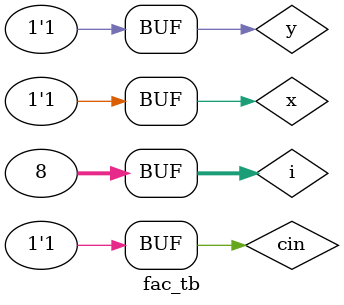
<source format=v>
module fac(input x, input y, input cin, output sum, output carryout);
  assign sum = x ^ y ^ cin;
  assign carryout = (x&y)|(y&cin)|(cin&x);
endmodule

module fac_tb();
  reg x;
  reg y;
  reg cin;
  wire sum;
  wire carryout;
  fac fac1(.x(x),.y(y),.cin(cin),.sum(sum),.carryout(carryout));
  integer i;
  initial begin
    $display("TIME\tCIN\tX\tY\tSUM\tCARRY-OUT\t");
    {cin,x,y}=0;
    $monitor("%0t\t%b\t%b\t%b\t%b\t%b",$time,cin,x,y,sum,carryout);
    for(i=1;i<8;i=i+1)begin
      #10 {cin,x,y}=i;
      
    end
  end
endmodule
</source>
